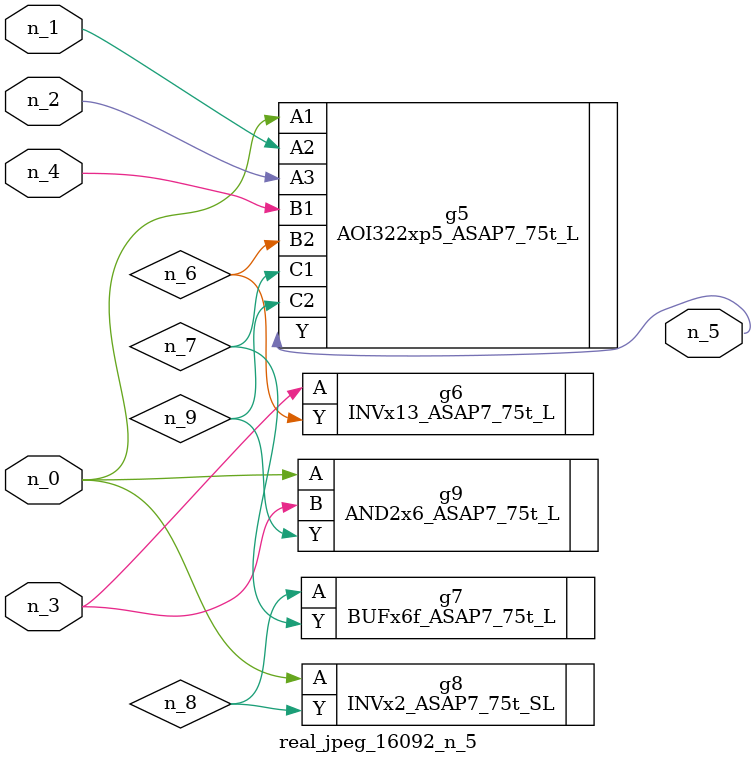
<source format=v>
module real_jpeg_16092_n_5 (n_4, n_0, n_1, n_2, n_3, n_5);

input n_4;
input n_0;
input n_1;
input n_2;
input n_3;

output n_5;

wire n_8;
wire n_6;
wire n_7;
wire n_9;

AOI322xp5_ASAP7_75t_L g5 ( 
.A1(n_0),
.A2(n_1),
.A3(n_2),
.B1(n_4),
.B2(n_6),
.C1(n_7),
.C2(n_9),
.Y(n_5)
);

INVx2_ASAP7_75t_SL g8 ( 
.A(n_0),
.Y(n_8)
);

AND2x6_ASAP7_75t_L g9 ( 
.A(n_0),
.B(n_3),
.Y(n_9)
);

INVx13_ASAP7_75t_L g6 ( 
.A(n_3),
.Y(n_6)
);

BUFx6f_ASAP7_75t_L g7 ( 
.A(n_8),
.Y(n_7)
);


endmodule
</source>
